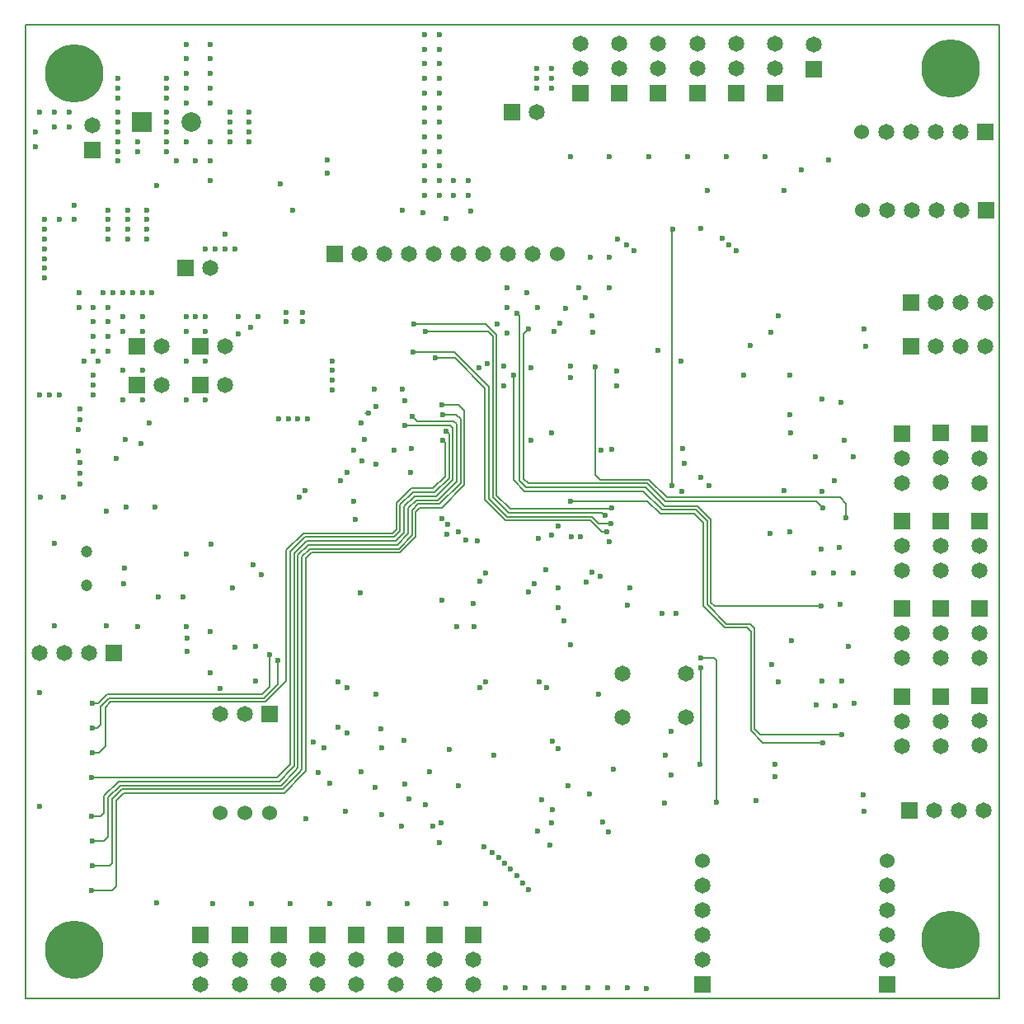
<source format=gbl>
%FSLAX25Y25*%
%MOIN*%
G70*
G01*
G75*
G04 Layer_Physical_Order=6*
G04 Layer_Color=16711680*
%ADD10R,0.06000X0.04000*%
%ADD11R,0.04000X0.06000*%
%ADD12R,0.08701X0.09252*%
%ADD13R,0.09252X0.10906*%
%ADD14R,0.05000X0.08000*%
%ADD15R,0.02799X0.03201*%
%ADD16R,0.04900X0.02200*%
%ADD17R,0.05118X0.03347*%
%ADD18R,0.02756X0.02362*%
%ADD19R,0.09449X0.07087*%
%ADD20R,0.07874X0.01969*%
%ADD21R,0.08661X0.09843*%
%ADD22R,0.04000X0.02000*%
%ADD23R,0.04700X0.04100*%
%ADD24R,0.11024X0.02953*%
%ADD25R,0.18701X0.55118*%
%ADD26R,0.01181X0.01772*%
%ADD27R,0.01772X0.01181*%
%ADD28R,0.01378X0.03150*%
%ADD29R,0.03150X0.01378*%
%ADD30R,0.04331X0.02362*%
%ADD31R,0.03201X0.02799*%
G04:AMPARAMS|DCode=32|XSize=60mil|YSize=85mil|CornerRadius=0mil|HoleSize=0mil|Usage=FLASHONLY|Rotation=90.000|XOffset=0mil|YOffset=0mil|HoleType=Round|Shape=Octagon|*
%AMOCTAGOND32*
4,1,8,-0.04250,-0.01500,-0.04250,0.01500,-0.02750,0.03000,0.02750,0.03000,0.04250,0.01500,0.04250,-0.01500,0.02750,-0.03000,-0.02750,-0.03000,-0.04250,-0.01500,0.0*
%
%ADD32OCTAGOND32*%

%ADD33R,0.08500X0.06000*%
%ADD34R,0.03937X0.05512*%
%ADD35R,0.01142X0.02756*%
%ADD36R,0.11811X0.11811*%
%ADD37R,0.02756X0.01142*%
%ADD38R,0.01772X0.01772*%
%ADD39R,0.03543X0.08268*%
%ADD40R,0.12992X0.08268*%
%ADD41R,0.04213X0.08504*%
%ADD42R,0.01181X0.06496*%
%ADD43R,0.07480X0.05118*%
%ADD44R,0.07480X0.09449*%
%ADD45O,0.01181X0.06496*%
%ADD46O,0.06496X0.01181*%
%ADD47C,0.00787*%
%ADD48C,0.03937*%
%ADD49R,0.23622X0.07874*%
%ADD50R,0.25591X0.07874*%
%ADD51R,0.06299X0.01181*%
%ADD52R,0.18504X0.00394*%
%ADD53R,0.03150X0.03150*%
%ADD54R,0.21654X0.00787*%
%ADD55R,0.11811X0.03937*%
%ADD56R,0.15748X0.09843*%
%ADD57R,0.03937X0.12205*%
%ADD58R,0.12992X0.16535*%
%ADD59R,0.14961X0.24803*%
%ADD60R,0.29528X0.12598*%
%ADD61R,0.00787X0.07874*%
%ADD62R,0.06299X0.13779*%
%ADD63R,0.17717X0.07874*%
%ADD64R,0.08268X0.18898*%
%ADD65R,0.24803X0.18898*%
%ADD66R,0.24803X0.00787*%
%ADD67R,0.06299X0.07087*%
%ADD68R,0.05512X0.07480*%
%ADD69R,0.52362X0.07480*%
%ADD70R,0.19685X0.07874*%
%ADD71R,0.11417X0.11417*%
%ADD72R,0.08268X0.07480*%
%ADD73R,0.01575X0.00394*%
%ADD74R,0.30315X0.16929*%
%ADD75R,0.09843X0.13779*%
%ADD76R,0.06299X0.15748*%
%ADD77R,0.20079X0.08661*%
%ADD78R,0.14173X0.44488*%
%ADD79R,0.12992X0.43307*%
%ADD80R,0.27559X0.29528*%
%ADD81R,0.16929X0.29528*%
%ADD82R,0.16535X0.05512*%
%ADD83R,0.09449X0.09843*%
%ADD84R,0.12205X0.18898*%
%ADD85R,0.01969X0.11024*%
%ADD86R,0.00787X0.11024*%
%ADD87R,0.05906X0.21654*%
%ADD88R,0.07874X0.03937*%
%ADD89R,0.42520X0.07520*%
%ADD90R,0.32795X0.20000*%
%ADD91C,0.06500*%
%ADD92R,0.06500X0.06500*%
%ADD93C,0.06000*%
%ADD94R,0.06500X0.06500*%
%ADD95R,0.07874X0.07874*%
%ADD96C,0.07874*%
%ADD97C,0.02362*%
%ADD98C,0.23622*%
%ADD99C,0.04724*%
%ADD100C,0.04000*%
%ADD101C,0.08000*%
%ADD102C,0.07000*%
G04:AMPARAMS|DCode=103|XSize=90mil|YSize=90mil|CornerRadius=0mil|HoleSize=0mil|Usage=FLASHONLY|Rotation=0.000|XOffset=0mil|YOffset=0mil|HoleType=Round|Shape=Relief|Width=10mil|Gap=10mil|Entries=4|*
%AMTHD103*
7,0,0,0.09000,0.07000,0.01000,45*
%
%ADD103THD103*%
G04:AMPARAMS|DCode=104|XSize=100mil|YSize=100mil|CornerRadius=0mil|HoleSize=0mil|Usage=FLASHONLY|Rotation=0.000|XOffset=0mil|YOffset=0mil|HoleType=Round|Shape=Relief|Width=10mil|Gap=10mil|Entries=4|*
%AMTHD104*
7,0,0,0.10000,0.08000,0.01000,45*
%
%ADD104THD104*%
%ADD105C,0.09118*%
G04:AMPARAMS|DCode=106|XSize=111.181mil|YSize=111.181mil|CornerRadius=0mil|HoleSize=0mil|Usage=FLASHONLY|Rotation=0.000|XOffset=0mil|YOffset=0mil|HoleType=Round|Shape=Relief|Width=10mil|Gap=10mil|Entries=4|*
%AMTHD106*
7,0,0,0.11118,0.09118,0.01000,45*
%
%ADD106THD106*%
G04:AMPARAMS|DCode=107|XSize=99.37mil|YSize=99.37mil|CornerRadius=0mil|HoleSize=0mil|Usage=FLASHONLY|Rotation=0.000|XOffset=0mil|YOffset=0mil|HoleType=Round|Shape=Relief|Width=10mil|Gap=10mil|Entries=4|*
%AMTHD107*
7,0,0,0.09937,0.07937,0.01000,45*
%
%ADD107THD107*%
%ADD108C,0.07937*%
%ADD109C,0.04984*%
G04:AMPARAMS|DCode=110|XSize=69.843mil|YSize=69.843mil|CornerRadius=0mil|HoleSize=0mil|Usage=FLASHONLY|Rotation=0.000|XOffset=0mil|YOffset=0mil|HoleType=Round|Shape=Relief|Width=10mil|Gap=10mil|Entries=4|*
%AMTHD110*
7,0,0,0.06984,0.04984,0.01000,45*
%
%ADD110THD110*%
G04:AMPARAMS|DCode=111|XSize=178.11mil|YSize=178.11mil|CornerRadius=0mil|HoleSize=0mil|Usage=FLASHONLY|Rotation=0.000|XOffset=0mil|YOffset=0mil|HoleType=Round|Shape=Relief|Width=10mil|Gap=10mil|Entries=4|*
%AMTHD111*
7,0,0,0.17811,0.15811,0.01000,45*
%
%ADD111THD111*%
%ADD112C,0.07543*%
%ADD113C,0.15811*%
D47*
X275590Y159449D02*
Y193049D01*
X257345Y197638D02*
X271001D01*
X274016Y158797D02*
Y192396D01*
X270349Y196063D02*
X274016Y192396D01*
X256693Y196063D02*
X270349D01*
X271001Y197638D02*
X275590Y193049D01*
X277165Y160236D02*
Y193701D01*
X271654Y199213D02*
X277165Y193701D01*
X258268Y199213D02*
X271654D01*
X251575Y201181D02*
X256693Y196063D01*
X249865Y205118D02*
X257345Y197638D01*
X250787Y206693D02*
X258268Y199213D01*
X258644Y201063D02*
X319803D01*
X251440Y208268D02*
X258644Y201063D01*
X259297Y202638D02*
X329252D01*
X252092Y209842D02*
X259297Y202638D01*
X201440Y268591D02*
X203543Y270695D01*
X201440Y210236D02*
Y268591D01*
X190551Y203543D02*
Y268349D01*
X186065Y272835D02*
X190551Y268349D01*
X188976Y202891D02*
Y267696D01*
X186988Y269685D02*
X188976Y267696D01*
X190551Y203543D02*
X196063Y198031D01*
X188976Y202891D02*
X195411Y196456D01*
X185827Y201586D02*
X194106Y193307D01*
X187402Y202239D02*
X194759Y194881D01*
X187402Y202239D02*
Y247522D01*
X185827Y201586D02*
Y246870D01*
X173642Y259055D02*
X185827Y246870D01*
X173507Y261417D02*
X187402Y247522D01*
X201710Y205118D02*
X249865D01*
X220472Y201181D02*
X251575D01*
X202362Y206693D02*
X250787D01*
X203543Y208268D02*
X251440D01*
X232283Y209842D02*
X252092D01*
X231890Y192126D02*
X236614D01*
X229134Y194881D02*
X231890Y192126D01*
X194759Y194881D02*
X229134D01*
X228347Y193307D02*
X233071Y188583D01*
X194106Y193307D02*
X228347D01*
X233071Y188583D02*
X235039D01*
X195411Y196456D02*
X233070D01*
X234251Y195275D01*
X196063Y198031D02*
X236614D01*
X237008Y198425D01*
X197337Y246169D02*
Y251875D01*
X197244Y251968D02*
X197337Y251875D01*
X197244Y246076D02*
X197337Y246169D01*
X197244Y209584D02*
Y246076D01*
X156693Y261417D02*
X173507D01*
X33896Y121556D02*
X96494D01*
X30315Y110630D02*
Y117975D01*
X33896Y121556D01*
X34548Y119981D02*
X97146D01*
X32283Y117717D02*
X34548Y119981D01*
X32283Y101969D02*
Y117717D01*
X29407Y119449D02*
X33088Y123131D01*
X27008Y119449D02*
X29407D01*
X33088Y123131D02*
X95842D01*
X37747Y87795D02*
X102700D01*
X31890Y75197D02*
Y81937D01*
X38400Y86221D02*
X103352D01*
X33465Y65354D02*
Y81285D01*
X35039Y54724D02*
Y80633D01*
X39052Y84646D01*
X33465Y81285D02*
X38400Y86221D01*
X31890Y81937D02*
X37747Y87795D01*
X104005Y84646D02*
X110630Y91271D01*
X39052Y84646D02*
X104005D01*
X104657Y83071D02*
X112205Y90619D01*
X39704Y83071D02*
X104657D01*
X36873Y80239D02*
X39704Y83071D01*
X103352Y86221D02*
X109055Y91923D01*
X102700Y87795D02*
X107480Y92576D01*
X101848Y89449D02*
X107087Y94687D01*
X26851Y89449D02*
X101848D01*
X112205Y90897D02*
X113386Y92078D01*
X112205Y90619D02*
Y90897D01*
X110630Y91549D02*
X111811Y92730D01*
X110630Y91271D02*
Y91549D01*
X110236Y93383D02*
Y179356D01*
X109055Y92202D02*
X110236Y93383D01*
X109055Y91923D02*
Y92202D01*
X107480Y92854D02*
X108661Y94035D01*
X107480Y92576D02*
Y92854D01*
X113386Y178052D02*
X115649Y180315D01*
X113386Y92078D02*
Y178052D01*
X111811Y178704D02*
X114997Y181890D01*
X111811Y92730D02*
Y178704D01*
X110236Y179356D02*
X114345Y183465D01*
X108661Y180009D02*
X113692Y185039D01*
X108661Y94035D02*
Y180009D01*
X107087Y180661D02*
X113040Y186614D01*
X107087Y94687D02*
Y180661D01*
X98819Y126108D02*
Y138976D01*
X95842Y123131D02*
X98819Y126108D01*
X101968Y127030D02*
Y136614D01*
X96494Y121556D02*
X101968Y127030D01*
X105512Y181313D02*
X112388Y188189D01*
X105512Y128347D02*
Y181313D01*
X97146Y119981D02*
X105512Y128347D01*
X177559Y207596D02*
Y237795D01*
X168389Y198425D02*
X177559Y207596D01*
X167458Y200000D02*
X175984Y208526D01*
X156299Y197439D02*
X158861Y200000D01*
X156299Y187267D02*
Y197439D01*
X158861Y200000D02*
X167458D01*
X157930Y201575D02*
X166806D01*
X154724Y198369D02*
X157930Y201575D01*
X157278Y203150D02*
X166153D01*
X153150Y199022D02*
X157278Y203150D01*
X156625Y204724D02*
X165501D01*
X151575Y199674D02*
X156625Y204724D01*
X155973Y206299D02*
X164849D01*
X150000Y200326D02*
X155973Y206299D01*
X168898Y225590D02*
X169685Y224803D01*
Y211136D02*
Y224803D01*
X164849Y206299D02*
X169685Y211136D01*
X170079Y229528D02*
X171260Y228346D01*
Y210483D02*
Y228346D01*
X165501Y204724D02*
X171260Y210483D01*
X172835Y209831D02*
Y230709D01*
X166153Y203150D02*
X172835Y209831D01*
X174409Y209179D02*
Y232283D01*
X166806Y201575D02*
X174409Y209179D01*
X175984Y208526D02*
Y234252D01*
X159513Y198425D02*
X168389D01*
X157874Y196786D02*
X159513Y198425D01*
X157874Y186614D02*
Y196786D01*
X150000Y189876D02*
Y200326D01*
X148313Y188189D02*
X150000Y189876D01*
X112388Y188189D02*
X148313D01*
X151575Y189223D02*
Y199674D01*
X148966Y186614D02*
X151575Y189223D01*
X113040Y186614D02*
X148966D01*
X153150Y188571D02*
Y199022D01*
X149618Y185039D02*
X153150Y188571D01*
X113692Y185039D02*
X149618D01*
X154724Y187919D02*
Y198369D01*
X150270Y183465D02*
X154724Y187919D01*
X114345Y183465D02*
X150270D01*
X150923Y181890D02*
X156299Y187267D01*
X114997Y181890D02*
X150923D01*
X151575Y180315D02*
X157874Y186614D01*
X115649Y180315D02*
X151575D01*
X175197Y240158D02*
X177559Y237795D01*
X174213Y236024D02*
X175984Y234252D01*
X173228Y233465D02*
X174409Y232283D01*
X171653Y231890D02*
X172835Y230709D01*
X36873Y45534D02*
Y80239D01*
X298167Y103543D02*
X322441D01*
X293307Y108403D02*
X298167Y103543D01*
X293307Y108403D02*
Y148425D01*
X291732Y150000D02*
X293307Y148425D01*
X282812Y150000D02*
X291732D01*
X274016Y158797D02*
X282812Y150000D01*
X297047Y106890D02*
X330118D01*
X294882Y109055D02*
X297047Y106890D01*
X294882Y109055D02*
Y149606D01*
X283465Y151575D02*
X292913D01*
X294882Y149606D01*
X275590Y159449D02*
X283465Y151575D01*
X197244Y209584D02*
X201710Y205118D01*
X201440Y210236D02*
X201575D01*
X230315Y211811D02*
Y255512D01*
Y211811D02*
X232283Y209842D01*
Y209842D02*
Y209842D01*
X319803Y201063D02*
X322441Y198425D01*
X198819Y277165D02*
X199606Y276378D01*
X278740Y158661D02*
X321654D01*
X277165Y160236D02*
X278740Y158661D01*
X261354Y207446D02*
X261400Y207400D01*
X279528Y79528D02*
Y136614D01*
X278346Y137795D02*
X279528Y136614D01*
X273228Y137795D02*
X278346D01*
X273228Y95276D02*
Y133858D01*
X272835Y94882D02*
X273228Y95276D01*
X157087Y272835D02*
X186065D01*
X137402Y236614D02*
X138582D01*
X199606Y209449D02*
Y276378D01*
X193000Y247800D02*
X193400D01*
X161811Y269685D02*
X186988D01*
X135827Y217323D02*
X136221D01*
X169685Y231890D02*
X169685Y231890D01*
X168504Y240158D02*
X175197D01*
X168701Y236024D02*
X174213D01*
X169685Y231890D02*
X171653D01*
X161024Y231890D02*
X169685D01*
X161024Y231890D02*
X161024Y231890D01*
X158268Y233465D02*
X173228D01*
X153543Y231890D02*
X161024D01*
X156299Y235433D02*
X158268Y233465D01*
X29134Y109449D02*
X30315Y110630D01*
X27165Y109449D02*
X29134D01*
X29764Y99449D02*
X32283Y101969D01*
X26929Y99449D02*
X29764D01*
X30394Y73701D02*
X31890Y75197D01*
X26850Y73701D02*
X30394D01*
X31811Y63701D02*
X33465Y65354D01*
X27087Y63701D02*
X31811D01*
X34016Y53701D02*
X35039Y54724D01*
X26929Y53701D02*
X34016D01*
X35039Y43701D02*
X36873Y45534D01*
X26772Y43701D02*
X35039D01*
X26772Y43701D02*
X26772Y43701D01*
X261354Y310961D02*
X261614Y311221D01*
X261354Y207446D02*
Y310961D01*
X165748Y259055D02*
X173642D01*
X201575Y210236D02*
X203543Y208268D01*
X199606Y209449D02*
X202362Y206693D01*
X329252Y202638D02*
X331890Y200000D01*
Y194488D02*
Y200000D01*
X0Y0D02*
Y393701D01*
X393701D01*
Y0D02*
Y393701D01*
X0Y0D02*
X393701D01*
D91*
X78838Y115028D02*
D03*
X88838D02*
D03*
X55118Y263780D02*
D03*
Y248032D02*
D03*
X80866Y263780D02*
D03*
X367323Y75984D02*
D03*
X377323D02*
D03*
X387323D02*
D03*
X80709Y248032D02*
D03*
X224409Y375984D02*
D03*
Y385984D02*
D03*
X240157Y375984D02*
D03*
Y385984D02*
D03*
X255906Y375984D02*
D03*
Y385984D02*
D03*
X271654Y375984D02*
D03*
Y385984D02*
D03*
X287276Y376142D02*
D03*
Y386142D02*
D03*
X303150Y375984D02*
D03*
Y385984D02*
D03*
X206693Y358268D02*
D03*
X74803Y295276D02*
D03*
X27165Y352913D02*
D03*
X370079Y218661D02*
D03*
Y208661D02*
D03*
X354331Y218504D02*
D03*
Y208504D02*
D03*
X385827Y218504D02*
D03*
Y208504D02*
D03*
X370079Y183071D02*
D03*
Y173071D02*
D03*
X354331Y183071D02*
D03*
Y173071D02*
D03*
X385827Y183071D02*
D03*
Y173071D02*
D03*
X370079Y147795D02*
D03*
Y137795D02*
D03*
X354331Y147638D02*
D03*
Y137638D02*
D03*
X385827Y147638D02*
D03*
Y137638D02*
D03*
X370079Y112205D02*
D03*
Y102205D02*
D03*
X354331Y112205D02*
D03*
Y102205D02*
D03*
X385827Y112362D02*
D03*
Y102362D02*
D03*
X133858Y15748D02*
D03*
Y5748D02*
D03*
X118110Y15748D02*
D03*
Y5748D02*
D03*
X149606Y15748D02*
D03*
Y5748D02*
D03*
X102362Y15748D02*
D03*
Y5748D02*
D03*
X165354Y15748D02*
D03*
Y5748D02*
D03*
X86614Y15748D02*
D03*
Y5748D02*
D03*
X181102Y15748D02*
D03*
Y5748D02*
D03*
X70866Y15906D02*
D03*
Y5906D02*
D03*
X318898Y385827D02*
D03*
X267126Y131299D02*
D03*
X241535D02*
D03*
X267126Y113583D02*
D03*
X241535D02*
D03*
X367953Y263780D02*
D03*
X377953D02*
D03*
X387953D02*
D03*
X165039Y301181D02*
D03*
X155039Y301181D02*
D03*
X145039D02*
D03*
X135039D02*
D03*
X175039Y301181D02*
D03*
X185039D02*
D03*
X195039D02*
D03*
X205039D02*
D03*
X378425Y318898D02*
D03*
X368425D02*
D03*
X358425D02*
D03*
X348425D02*
D03*
X378110Y350394D02*
D03*
X368110D02*
D03*
X358110D02*
D03*
X348110D02*
D03*
X273622Y15748D02*
D03*
Y25748D02*
D03*
Y35748D02*
D03*
Y45748D02*
D03*
X348425Y15590D02*
D03*
Y25591D02*
D03*
Y35591D02*
D03*
Y45591D02*
D03*
X367953Y281496D02*
D03*
X377953D02*
D03*
X387953D02*
D03*
X25748Y139764D02*
D03*
X15748D02*
D03*
X5748D02*
D03*
D92*
X98838Y115028D02*
D03*
X45118Y263780D02*
D03*
Y248032D02*
D03*
X70866Y263780D02*
D03*
X357323Y75984D02*
D03*
X70709Y248032D02*
D03*
X196693Y358268D02*
D03*
X64803Y295276D02*
D03*
X357953Y263780D02*
D03*
X125039Y301181D02*
D03*
X388425Y318898D02*
D03*
X388110Y350394D02*
D03*
X357953Y281496D02*
D03*
X35748Y139764D02*
D03*
D93*
X78838Y75028D02*
D03*
X88838D02*
D03*
X98838D02*
D03*
X215039Y301181D02*
D03*
X338425Y318898D02*
D03*
X338110Y350394D02*
D03*
X273622Y55748D02*
D03*
X348425Y55590D02*
D03*
D94*
X224409Y365984D02*
D03*
X240157D02*
D03*
X255906D02*
D03*
X271654D02*
D03*
X287276Y366142D02*
D03*
X303150Y365984D02*
D03*
X27165Y342913D02*
D03*
X370079Y228661D02*
D03*
X354331Y228504D02*
D03*
X385827D02*
D03*
X370079Y193071D02*
D03*
X354331D02*
D03*
X385827D02*
D03*
X370079Y157795D02*
D03*
X354331Y157638D02*
D03*
X385827D02*
D03*
X370079Y122205D02*
D03*
X354331D02*
D03*
X385827Y122362D02*
D03*
X133858Y25748D02*
D03*
X118110Y25748D02*
D03*
X149606Y25748D02*
D03*
X102362D02*
D03*
X165354D02*
D03*
X86614D02*
D03*
X181102D02*
D03*
X70866Y25906D02*
D03*
X318898Y375827D02*
D03*
X273622Y5748D02*
D03*
X348425Y5591D02*
D03*
D95*
X47087Y354331D02*
D03*
D96*
X67087D02*
D03*
D97*
X223622Y287402D02*
D03*
X226378Y283465D02*
D03*
X229134Y275984D02*
D03*
X224410Y186614D02*
D03*
X186614Y256693D02*
D03*
X175197Y86213D02*
D03*
X102362Y234252D02*
D03*
X106299D02*
D03*
X110236D02*
D03*
X114173D02*
D03*
X204331Y225590D02*
D03*
Y255118D02*
D03*
X230315Y255512D02*
D03*
X220472Y251181D02*
D03*
X276378Y207480D02*
D03*
X322441Y198425D02*
D03*
X331890Y194488D02*
D03*
X329134Y182283D02*
D03*
X309055Y188583D02*
D03*
X321654Y158661D02*
D03*
X194685Y268985D02*
D03*
X190800Y272900D02*
D03*
X322441Y103543D02*
D03*
X330118Y106890D02*
D03*
X332677Y142520D02*
D03*
X220571Y143209D02*
D03*
X217717Y152756D02*
D03*
X329331Y159252D02*
D03*
X326772Y172047D02*
D03*
X257331Y155661D02*
D03*
X263142Y155661D02*
D03*
X329921Y128347D02*
D03*
X215354Y190945D02*
D03*
X212800Y187300D02*
D03*
X273000Y210600D02*
D03*
X261400Y207400D02*
D03*
X265500Y205000D02*
D03*
X189370Y98425D02*
D03*
X135307Y164047D02*
D03*
X235827Y67323D02*
D03*
X233465Y71260D02*
D03*
X226772Y168504D02*
D03*
X279528Y79528D02*
D03*
X141339Y85433D02*
D03*
X141732Y123228D02*
D03*
X231890D02*
D03*
X210630Y125591D02*
D03*
X207874Y127953D02*
D03*
X208661Y80315D02*
D03*
X212992Y103937D02*
D03*
X215504Y100937D02*
D03*
X229134Y172441D02*
D03*
X213779Y269685D02*
D03*
X266535Y216535D02*
D03*
X273228Y133858D02*
D03*
X303150Y89764D02*
D03*
Y94882D02*
D03*
X273228Y137795D02*
D03*
X272835Y94882D02*
D03*
X258661Y98425D02*
D03*
X203543Y164567D02*
D03*
X205906Y167717D02*
D03*
X212205Y62205D02*
D03*
X210433Y173425D02*
D03*
X239035Y247835D02*
D03*
X170078Y315354D02*
D03*
X179921Y318504D02*
D03*
X152362Y318898D02*
D03*
X141669Y239307D02*
D03*
X152307Y246456D02*
D03*
X165748Y259055D02*
D03*
X161811Y269685D02*
D03*
X157087Y272835D02*
D03*
X92913Y128346D02*
D03*
X244488Y166142D02*
D03*
X232283Y170866D02*
D03*
X338583Y82284D02*
D03*
X207087Y279528D02*
D03*
X202756Y285433D02*
D03*
X182874Y185236D02*
D03*
X212598Y375984D02*
D03*
Y372047D02*
D03*
Y368110D02*
D03*
X206693D02*
D03*
Y372047D02*
D03*
Y375984D02*
D03*
X173228Y330709D02*
D03*
X179134D02*
D03*
Y324803D02*
D03*
X173228D02*
D03*
X167323D02*
D03*
X161417D02*
D03*
X167323Y389764D02*
D03*
Y383858D02*
D03*
Y377953D02*
D03*
Y372047D02*
D03*
Y366142D02*
D03*
Y360236D02*
D03*
Y354331D02*
D03*
Y348425D02*
D03*
Y342520D02*
D03*
Y336614D02*
D03*
Y330709D02*
D03*
X161417D02*
D03*
Y336614D02*
D03*
Y342520D02*
D03*
Y348425D02*
D03*
Y354331D02*
D03*
Y360236D02*
D03*
Y366142D02*
D03*
Y372047D02*
D03*
Y377953D02*
D03*
Y383858D02*
D03*
Y389764D02*
D03*
X5906Y244094D02*
D03*
X9843D02*
D03*
X13780D02*
D03*
X27559D02*
D03*
Y248032D02*
D03*
Y251969D02*
D03*
X31496Y285433D02*
D03*
X35433D02*
D03*
X39370D02*
D03*
X43307D02*
D03*
X47244D02*
D03*
X51181D02*
D03*
X33465Y307087D02*
D03*
Y311024D02*
D03*
Y314961D02*
D03*
Y318898D02*
D03*
X41339Y307087D02*
D03*
Y311024D02*
D03*
Y314961D02*
D03*
Y318898D02*
D03*
X49213D02*
D03*
Y314961D02*
D03*
Y311024D02*
D03*
Y307087D02*
D03*
X82677Y358268D02*
D03*
Y354331D02*
D03*
Y350394D02*
D03*
X90551Y358268D02*
D03*
Y354331D02*
D03*
Y350394D02*
D03*
Y346457D02*
D03*
X74803D02*
D03*
X57087Y342520D02*
D03*
X45276D02*
D03*
X37402D02*
D03*
X45276Y346457D02*
D03*
X37402Y350394D02*
D03*
Y354331D02*
D03*
X57087Y358268D02*
D03*
Y354331D02*
D03*
Y350394D02*
D03*
Y346457D02*
D03*
X37402D02*
D03*
Y358268D02*
D03*
X82677Y346457D02*
D03*
X215291Y166205D02*
D03*
Y158205D02*
D03*
X243370Y158992D02*
D03*
X144004Y101378D02*
D03*
X135827Y91839D02*
D03*
X6000Y202756D02*
D03*
X15457D02*
D03*
X22106Y216831D02*
D03*
X32677Y197154D02*
D03*
X11811Y183949D02*
D03*
Y150878D02*
D03*
X53894Y162535D02*
D03*
X63736D02*
D03*
X40594Y198882D02*
D03*
X52405D02*
D03*
X301118Y188232D02*
D03*
X301906Y135083D02*
D03*
X113429Y72772D02*
D03*
X144157Y74453D02*
D03*
X143764Y109098D02*
D03*
X237689Y92744D02*
D03*
X163323Y91775D02*
D03*
X107964Y318898D02*
D03*
X138673Y38543D02*
D03*
X154421D02*
D03*
X170169D02*
D03*
X185917D02*
D03*
X122925Y38543D02*
D03*
X107177Y38543D02*
D03*
X91429D02*
D03*
X75681Y38543D02*
D03*
X219378Y86016D02*
D03*
X327165Y209342D02*
D03*
X334843Y219201D02*
D03*
X339807Y263717D02*
D03*
X339020Y75858D02*
D03*
X212728Y70929D02*
D03*
X227949Y82579D02*
D03*
X261173Y108006D02*
D03*
Y90289D02*
D03*
X152230Y69835D02*
D03*
X164699D02*
D03*
X129266Y75740D02*
D03*
X39370Y275591D02*
D03*
X47244D02*
D03*
X39370Y269685D02*
D03*
X47244D02*
D03*
X72835Y275591D02*
D03*
X68898D02*
D03*
X64961D02*
D03*
Y269685D02*
D03*
X72835D02*
D03*
X64961Y257874D02*
D03*
X72835D02*
D03*
X47244Y253937D02*
D03*
X39370D02*
D03*
X32677Y150787D02*
D03*
X309906Y144819D02*
D03*
X153154Y104331D02*
D03*
X153543Y86614D02*
D03*
X22106Y212500D02*
D03*
Y234154D02*
D03*
Y208170D02*
D03*
Y238484D02*
D03*
X129921Y212598D02*
D03*
X132677Y221653D02*
D03*
X135827Y232677D02*
D03*
X140945Y246457D02*
D03*
X36614Y218503D02*
D03*
X138582Y236614D02*
D03*
X171260Y100787D02*
D03*
X212992Y76378D02*
D03*
X129921Y107410D02*
D03*
Y125591D02*
D03*
X126378Y109843D02*
D03*
Y127953D02*
D03*
X161811Y78346D02*
D03*
X118504Y91339D02*
D03*
X155118Y80709D02*
D03*
X123228Y87008D02*
D03*
X327559Y118504D02*
D03*
X319882Y118701D02*
D03*
X203543Y270695D02*
D03*
X198819Y277165D02*
D03*
X255906Y262008D02*
D03*
X148945Y221717D02*
D03*
X313779Y335039D02*
D03*
X319488Y219201D02*
D03*
X124016Y257874D02*
D03*
Y253937D02*
D03*
Y250000D02*
D03*
Y246063D02*
D03*
X236024Y184843D02*
D03*
X156693Y261417D02*
D03*
X239173Y253740D02*
D03*
X264961Y257874D02*
D03*
X306693Y205512D02*
D03*
X232677Y221654D02*
D03*
X237008Y222047D02*
D03*
X21260Y221260D02*
D03*
Y229921D02*
D03*
X220866Y186614D02*
D03*
X220300Y255600D02*
D03*
X212800Y228900D02*
D03*
X207400Y186000D02*
D03*
X322200Y205000D02*
D03*
X229500Y269300D02*
D03*
X309358Y228831D02*
D03*
X309055Y251969D02*
D03*
Y236221D02*
D03*
X301575Y269291D02*
D03*
X304331Y127953D02*
D03*
X197244Y251968D02*
D03*
X193400Y255800D02*
D03*
Y247800D02*
D03*
X183500Y255100D02*
D03*
X304330Y275984D02*
D03*
X216142Y273228D02*
D03*
X338976Y270866D02*
D03*
X218504Y279134D02*
D03*
X201969Y4331D02*
D03*
X209842Y4331D02*
D03*
X217717Y4331D02*
D03*
X227559Y4331D02*
D03*
X235433Y4331D02*
D03*
X243307Y4331D02*
D03*
X251181Y3937D02*
D03*
X127559Y209449D02*
D03*
X136221Y217323D02*
D03*
X141732Y216142D02*
D03*
X322047Y128347D02*
D03*
X160630Y317717D02*
D03*
X287402Y302362D02*
D03*
X284252Y304724D02*
D03*
X292913Y264173D02*
D03*
X290551Y251969D02*
D03*
X281890Y307480D02*
D03*
X177953Y185433D02*
D03*
X175197Y188583D02*
D03*
X170472Y187795D02*
D03*
X170866Y191732D02*
D03*
X168504Y194095D02*
D03*
X133465Y193701D02*
D03*
X155905Y212598D02*
D03*
X156102Y222244D02*
D03*
X153543Y241732D02*
D03*
X137008Y225984D02*
D03*
X170079Y229528D02*
D03*
X168701Y236024D02*
D03*
X168504Y240158D02*
D03*
X168898Y225590D02*
D03*
X153543Y231890D02*
D03*
X156299Y235433D02*
D03*
X174409Y150394D02*
D03*
X186220Y172048D02*
D03*
X183858Y168897D02*
D03*
X183858Y125591D02*
D03*
X181496Y150394D02*
D03*
X186221Y127953D02*
D03*
X78838Y125493D02*
D03*
X207087Y67716D02*
D03*
X203543Y44094D02*
D03*
X201181Y46850D02*
D03*
X198819Y49606D02*
D03*
X196063Y52362D02*
D03*
X193701Y54724D02*
D03*
X191339Y57087D02*
D03*
X188583Y59055D02*
D03*
X185433Y61417D02*
D03*
X5661Y77803D02*
D03*
X5661Y123772D02*
D03*
X98819Y138976D02*
D03*
X101968Y136614D02*
D03*
X27008Y119449D02*
D03*
X27165Y109449D02*
D03*
X26929Y99449D02*
D03*
X26851Y89449D02*
D03*
X26850Y73701D02*
D03*
X27087Y63701D02*
D03*
X26929Y53701D02*
D03*
X26772Y43701D02*
D03*
X246063Y302362D02*
D03*
X242913Y304724D02*
D03*
X239370Y307087D02*
D03*
X322047Y242520D02*
D03*
X331102Y225590D02*
D03*
X52973Y38760D02*
D03*
X258268Y79134D02*
D03*
X261614Y311221D02*
D03*
X273228Y311417D02*
D03*
X75000Y183661D02*
D03*
X39764Y167717D02*
D03*
X92913Y142520D02*
D03*
X84646Y142126D02*
D03*
X74803Y131890D02*
D03*
Y148358D02*
D03*
X65354Y140551D02*
D03*
X64961Y150394D02*
D03*
X65354Y145669D02*
D03*
X65148Y179715D02*
D03*
X40157Y174016D02*
D03*
X91929Y175394D02*
D03*
X83662Y166142D02*
D03*
X39370Y242126D02*
D03*
X47244D02*
D03*
X64961D02*
D03*
X72835D02*
D03*
X37402Y338583D02*
D03*
X53150Y328740D02*
D03*
X74803Y330709D02*
D03*
Y338583D02*
D03*
X68898D02*
D03*
X61024D02*
D03*
X64961Y346457D02*
D03*
Y385827D02*
D03*
X74803D02*
D03*
Y379921D02*
D03*
X64961D02*
D03*
Y374016D02*
D03*
X74803D02*
D03*
X64961Y368110D02*
D03*
X74803D02*
D03*
X64961Y362205D02*
D03*
X74803D02*
D03*
X80709Y309055D02*
D03*
X72835Y303150D02*
D03*
X76772D02*
D03*
X80709D02*
D03*
X84646D02*
D03*
X17717Y358268D02*
D03*
Y352362D02*
D03*
X11811Y358268D02*
D03*
Y352362D02*
D03*
X5906Y358268D02*
D03*
X3937Y344488D02*
D03*
X86221Y268898D02*
D03*
Y275590D02*
D03*
X94095D02*
D03*
X90945Y271260D02*
D03*
X112205Y273622D02*
D03*
X105512D02*
D03*
X112205Y277559D02*
D03*
X105512D02*
D03*
X57087Y364173D02*
D03*
Y368110D02*
D03*
Y372047D02*
D03*
X37402Y364173D02*
D03*
Y368110D02*
D03*
Y372047D02*
D03*
X236221Y299606D02*
D03*
X228346Y299606D02*
D03*
X236221Y287402D02*
D03*
X194095Y4331D02*
D03*
X116397Y103682D02*
D03*
X120669Y101378D02*
D03*
X122047Y338976D02*
D03*
Y333858D02*
D03*
X103150Y329528D02*
D03*
X194819Y287465D02*
D03*
X167386Y62929D02*
D03*
X95276Y171260D02*
D03*
X168504Y161024D02*
D03*
X181102Y159906D02*
D03*
X265748Y222441D02*
D03*
X194819Y279465D02*
D03*
X168173Y70929D02*
D03*
X7874Y295276D02*
D03*
Y299213D02*
D03*
Y303150D02*
D03*
Y307087D02*
D03*
Y311024D02*
D03*
Y314961D02*
D03*
X13780D02*
D03*
X19685D02*
D03*
Y320866D02*
D03*
X23622Y257874D02*
D03*
X29528D02*
D03*
X33465Y261811D02*
D03*
Y267717D02*
D03*
Y273622D02*
D03*
X27559D02*
D03*
Y267717D02*
D03*
Y261811D02*
D03*
X33465Y279528D02*
D03*
X27559D02*
D03*
X21654D02*
D03*
Y285433D02*
D03*
X295276Y79921D02*
D03*
X7874Y291339D02*
D03*
X306693Y326772D02*
D03*
X275591Y326772D02*
D03*
X236221Y340551D02*
D03*
X251969D02*
D03*
X267717D02*
D03*
X283465D02*
D03*
X220472D02*
D03*
X299213D02*
D03*
X40551Y225984D02*
D03*
X46850Y224410D02*
D03*
X50000Y232677D02*
D03*
X220472Y201181D02*
D03*
X234251Y195275D02*
D03*
X237008Y198425D02*
D03*
X236614Y192126D02*
D03*
X235039Y188583D02*
D03*
X132677Y201181D02*
D03*
X112992Y205512D02*
D03*
X110630Y202756D02*
D03*
X324803Y338976D02*
D03*
X329724Y241051D02*
D03*
X334646Y172047D02*
D03*
X318898D02*
D03*
X321654Y181890D02*
D03*
X335039Y119291D02*
D03*
X3937Y350394D02*
D03*
X45276Y150394D02*
D03*
D98*
X19685Y19685D02*
D03*
Y374016D02*
D03*
X374016Y375984D02*
D03*
Y23622D02*
D03*
D99*
X24803Y180906D02*
D03*
Y167126D02*
D03*
M02*

</source>
